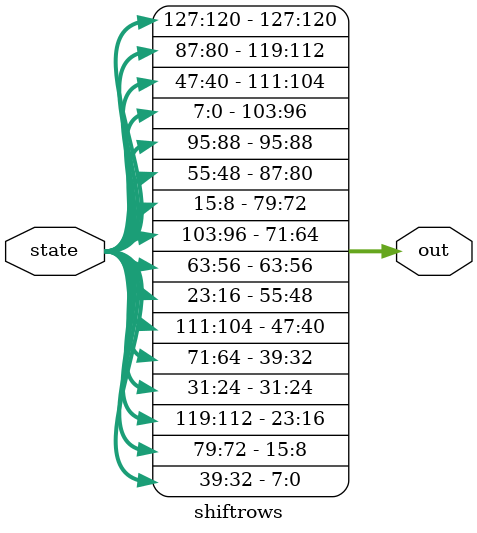
<source format=v>
`timescale 1ns / 1ps

module shiftrows(
    input [127:0]state,
    output [127:0]out
);

    // 4x4lük bir matrise 128 bit yerleþtirildiðinde aþaðýdaki gibi dizilirse

    // 127:120	  95:88     63:56 	  31:24
    // 119:112	  87:80	    55:48	  23:16
    // 111:104	  79:72 	47:40	  15:8
    // 103:96	  71:64	    39:32	  7:0

    //1. Satir elemanlari 0 birim sola kaydiriliyor. Degisiklik yapilmiyor.
    //1. Satirin onceki hali:   127:120	   95:88    63:56 	  31:24
    //1. Satirin simdiki hali:  127:120	   95:88    63:56 	  31:24
    assign out[127:120] = state[127:120];
    assign out[95:88]   = state[95:88];
    assign out[63:56]   = state[63:56];
    assign out[31:24]   = state[31:24];

    //2. Satir elemanlari 1 birim sola kaydiriliyor.
    //2. Satirin onceki hali:  119:112	  87:80	    55:48	  23:16
    //2. Satirin simdiki hali: 87:80	  55:48	    23:16    119:112
    assign out[119:112] = state[87:80];
    assign out[87:80]   = state[55:48];
    assign out[55:48]   = state[23:16];
    assign out[23:16]   = state[119:112];

    //3. Satir elemanlari 2 birim sola kaydiriliyor.
    //3. Satirin onceki hali:   111:104	  79:72 	 47:40	    15:8
    //3. Satirin simdiki hali: 	 47:40	   15:8     111:104	    79:72
    assign out[111:104] = state[47:40];
    assign out[79:72]   = state[15:8];
    assign out[47:40]   = state[111:104];
    assign out[15:8]    = state[79:72];

    //4. Satir elemanlari 3 birim sola kaydiriliyor.
    //4. Satirin onceki hali:   103:96	  71:64	    39:32	  7:0
    //4. Satirin simdiki hali:   7:0     103:96	    71:64	 39:32
    assign out[103:96]  = state[7:0];
    assign out[71:64]   = state[103:96];
    assign out[39:32]   = state[71:64];
    assign out[7:0]     = state[39:32];


endmodule

</source>
